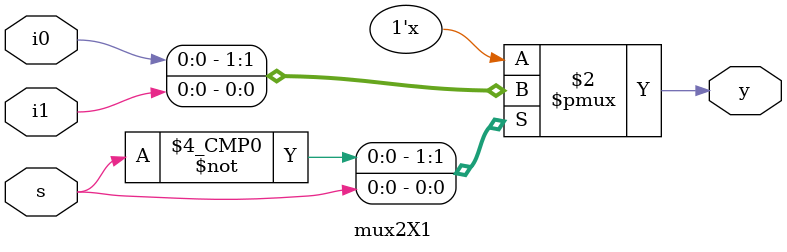
<source format=v>
module mux2X1(s,i0,i1,y);
input i0,i1;
input s;
output y;
reg y;
always @(s or i0 or i1)
case(s)
1'b0:y=i0;
1'b1:y=i1;
endcase
endmodule

</source>
